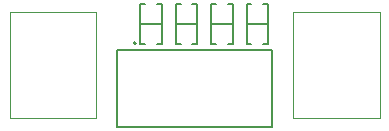
<source format=gto>
G04*
G04 #@! TF.GenerationSoftware,Altium Limited,Altium Designer,20.0.10 (225)*
G04*
G04 Layer_Color=65535*
%FSLAX25Y25*%
%MOIN*%
G70*
G01*
G75*
%ADD10C,0.00787*%
%ADD11C,0.00500*%
%ADD12C,0.00394*%
%ADD13C,0.00591*%
D10*
X42207Y29035D02*
G03*
X42207Y29035I-394J0D01*
G01*
D11*
X35908Y1083D02*
X87718D01*
Y26673D01*
X35908D02*
X87718D01*
X35908Y1083D02*
Y26673D01*
D12*
X94689Y4154D02*
Y39350D01*
X123429D01*
Y4154D02*
Y39350D01*
X94689Y4154D02*
X123429D01*
X28937Y4154D02*
Y39350D01*
X197Y4154D02*
X28937D01*
X197D02*
Y39350D01*
X28937D01*
D13*
X67321Y35335D02*
X74408D01*
X72833Y28642D02*
X74408D01*
Y42028D01*
X72833D02*
X74408D01*
X67321D02*
X68896D01*
X67321Y28642D02*
Y42028D01*
Y28642D02*
X68896D01*
X55510Y35335D02*
X62596D01*
X61022Y28642D02*
X62596D01*
Y42028D01*
X61022D02*
X62596D01*
X55510D02*
X57085D01*
X55510Y28642D02*
Y42028D01*
Y28642D02*
X57085D01*
X79132Y35335D02*
X86219D01*
X84644Y28642D02*
X86219D01*
Y42028D01*
X84644D02*
X86219D01*
X79132D02*
X80707D01*
X79132Y28642D02*
Y42028D01*
Y28642D02*
X80707D01*
X43699Y35335D02*
X50785D01*
X49211Y28642D02*
X50785D01*
Y42028D01*
X49211D02*
X50785D01*
X43699D02*
X45274D01*
X43699Y28642D02*
Y42028D01*
Y28642D02*
X45274D01*
M02*

</source>
